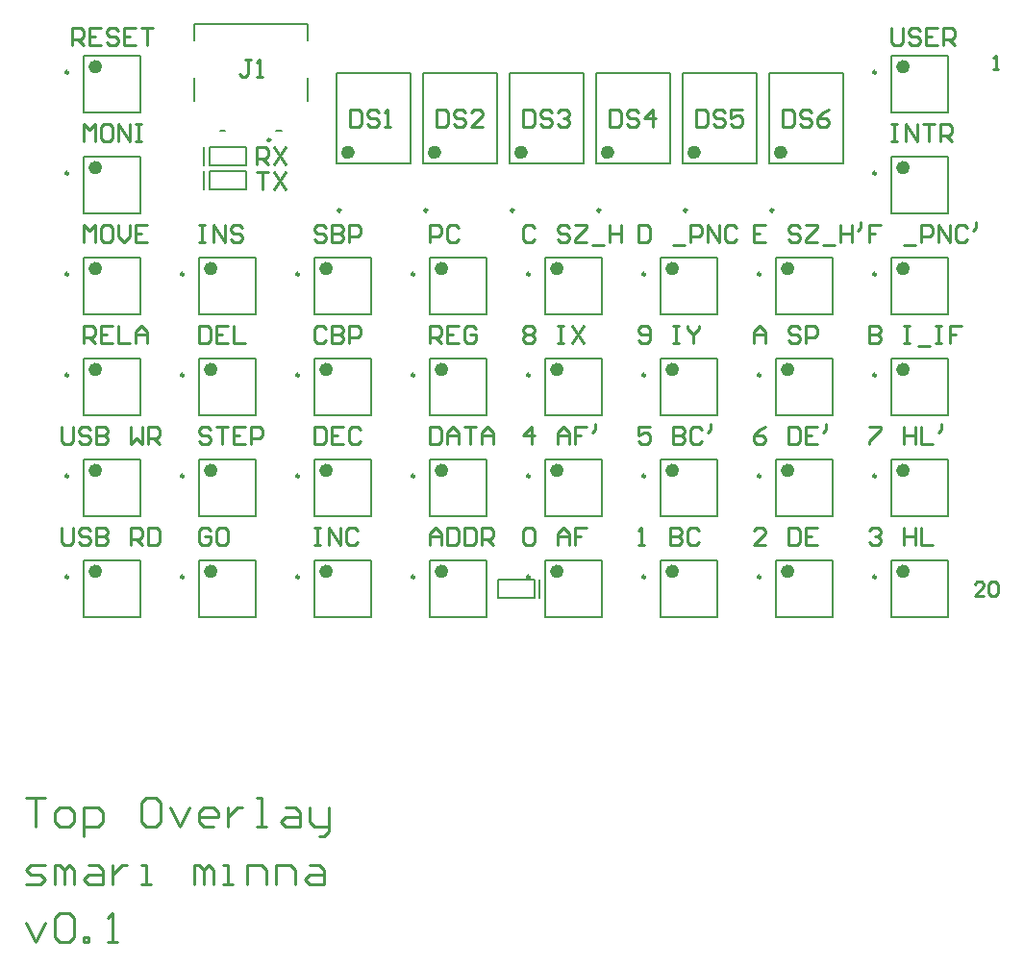
<source format=gto>
%FSLAX25Y25*%
%MOIN*%
G70*
G01*
G75*
%ADD10R,0.08661X0.09843*%
%ADD11R,0.01969X0.07874*%
%ADD12R,0.06102X0.05118*%
%ADD13C,0.04000*%
G04:AMPARAMS|DCode=14|XSize=60mil|YSize=300mil|CornerRadius=0mil|HoleSize=0mil|Usage=FLASHONLY|Rotation=90.000|XOffset=0mil|YOffset=0mil|HoleType=Round|Shape=Octagon|*
%AMOCTAGOND14*
4,1,8,-0.15000,-0.01500,-0.15000,0.01500,-0.13500,0.03000,0.13500,0.03000,0.15000,0.01500,0.15000,-0.01500,0.13500,-0.03000,-0.13500,-0.03000,-0.15000,-0.01500,0.0*
%
%ADD14OCTAGOND14*%

%ADD15R,0.03150X0.03150*%
%ADD16R,0.03937X0.11811*%
%ADD17C,0.01000*%
%ADD18C,0.02000*%
%ADD19C,0.01200*%
%ADD20C,0.02362*%
%ADD21C,0.02200*%
%ADD22C,0.04000*%
%ADD23C,0.07543*%
%ADD24C,0.04200*%
%ADD25R,0.04000X0.04000*%
%ADD26R,0.01181X0.06693*%
%ADD27R,0.07677X0.01575*%
%ADD28R,0.04134X0.02362*%
%ADD29R,0.06693X0.01378*%
%ADD30R,0.06299X0.01378*%
%ADD31R,0.02165X0.07677*%
%ADD32R,0.07677X0.02165*%
%ADD33R,0.07874X0.02362*%
%ADD34R,0.15748X0.06693*%
%ADD35R,0.15748X0.05906*%
%ADD36R,0.07677X0.05118*%
%ADD37R,0.05118X0.05906*%
%ADD38R,0.04331X0.03937*%
%ADD39R,0.04000X0.04000*%
%ADD40R,0.03937X0.04331*%
%ADD41C,0.01500*%
%ADD42C,0.03000*%
%ADD43C,0.01400*%
%ADD44C,0.00984*%
%ADD45C,0.02362*%
%ADD46C,0.00787*%
D17*
X77999Y205998D02*
X75999D01*
X76999D01*
Y201000D01*
X75999Y200000D01*
X75000D01*
X74000Y201000D01*
X79998Y200000D02*
X81997D01*
X80998D01*
Y205998D01*
X79998Y204998D01*
X103999Y147498D02*
X102999Y148498D01*
X101000D01*
X100000Y147498D01*
Y146499D01*
X101000Y145499D01*
X102999D01*
X103999Y144499D01*
Y143500D01*
X102999Y142500D01*
X101000D01*
X100000Y143500D01*
X105998Y148498D02*
Y142500D01*
X108997D01*
X109997Y143500D01*
Y144499D01*
X108997Y145499D01*
X105998D01*
X108997D01*
X109997Y146499D01*
Y147498D01*
X108997Y148498D01*
X105998D01*
X111996Y142500D02*
Y148498D01*
X114995D01*
X115995Y147498D01*
Y145499D01*
X114995Y144499D01*
X111996D01*
X335500Y202500D02*
X337100D01*
X336300D01*
Y207298D01*
X335500Y206499D01*
X332199Y20000D02*
X329000D01*
X332199Y23199D01*
Y23999D01*
X331399Y24798D01*
X329800D01*
X329000Y23999D01*
X333799D02*
X334598Y24798D01*
X336198D01*
X336997Y23999D01*
Y20800D01*
X336198Y20000D01*
X334598D01*
X333799Y20800D01*
Y23999D01*
X80000Y166998D02*
X83999D01*
X81999D01*
Y161000D01*
X85998Y166998D02*
X89997Y161000D01*
Y166998D02*
X85998Y161000D01*
X112500Y188498D02*
Y182500D01*
X115499D01*
X116499Y183500D01*
Y187498D01*
X115499Y188498D01*
X112500D01*
X122497Y187498D02*
X121497Y188498D01*
X119498D01*
X118498Y187498D01*
Y186499D01*
X119498Y185499D01*
X121497D01*
X122497Y184499D01*
Y183500D01*
X121497Y182500D01*
X119498D01*
X118498Y183500D01*
X124496Y182500D02*
X126496D01*
X125496D01*
Y188498D01*
X124496Y187498D01*
X172500Y188498D02*
Y182500D01*
X175499D01*
X176499Y183500D01*
Y187498D01*
X175499Y188498D01*
X172500D01*
X182497Y187498D02*
X181497Y188498D01*
X179498D01*
X178498Y187498D01*
Y186499D01*
X179498Y185499D01*
X181497D01*
X182497Y184499D01*
Y183500D01*
X181497Y182500D01*
X179498D01*
X178498Y183500D01*
X184496Y187498D02*
X185496Y188498D01*
X187495D01*
X188495Y187498D01*
Y186499D01*
X187495Y185499D01*
X186495D01*
X187495D01*
X188495Y184499D01*
Y183500D01*
X187495Y182500D01*
X185496D01*
X184496Y183500D01*
X232500Y188498D02*
Y182500D01*
X235499D01*
X236499Y183500D01*
Y187498D01*
X235499Y188498D01*
X232500D01*
X242497Y187498D02*
X241497Y188498D01*
X239498D01*
X238498Y187498D01*
Y186499D01*
X239498Y185499D01*
X241497D01*
X242497Y184499D01*
Y183500D01*
X241497Y182500D01*
X239498D01*
X238498Y183500D01*
X248495Y188498D02*
X244496D01*
Y185499D01*
X246496Y186499D01*
X247495D01*
X248495Y185499D01*
Y183500D01*
X247495Y182500D01*
X245496D01*
X244496Y183500D01*
X12500Y78498D02*
Y73500D01*
X13500Y72500D01*
X15499D01*
X16499Y73500D01*
Y78498D01*
X22497Y77498D02*
X21497Y78498D01*
X19498D01*
X18498Y77498D01*
Y76499D01*
X19498Y75499D01*
X21497D01*
X22497Y74499D01*
Y73500D01*
X21497Y72500D01*
X19498D01*
X18498Y73500D01*
X24496Y78498D02*
Y72500D01*
X27495D01*
X28495Y73500D01*
Y74499D01*
X27495Y75499D01*
X24496D01*
X27495D01*
X28495Y76499D01*
Y77498D01*
X27495Y78498D01*
X24496D01*
X36492D02*
Y72500D01*
X38492Y74499D01*
X40491Y72500D01*
Y78498D01*
X42490Y72500D02*
Y78498D01*
X45489D01*
X46489Y77498D01*
Y75499D01*
X45489Y74499D01*
X42490D01*
X44490D02*
X46489Y72500D01*
X300000Y216998D02*
Y212000D01*
X301000Y211000D01*
X302999D01*
X303999Y212000D01*
Y216998D01*
X309997Y215998D02*
X308997Y216998D01*
X306998D01*
X305998Y215998D01*
Y214999D01*
X306998Y213999D01*
X308997D01*
X309997Y212999D01*
Y212000D01*
X308997Y211000D01*
X306998D01*
X305998Y212000D01*
X315995Y216998D02*
X311996D01*
Y211000D01*
X315995D01*
X311996Y213999D02*
X313996D01*
X317994Y211000D02*
Y216998D01*
X320993D01*
X321993Y215998D01*
Y213999D01*
X320993Y212999D01*
X317994D01*
X319993D02*
X321993Y211000D01*
X300000Y183498D02*
X301999D01*
X301000D01*
Y177500D01*
X300000D01*
X301999D01*
X304998D02*
Y183498D01*
X308997Y177500D01*
Y183498D01*
X310996D02*
X314995D01*
X312996D01*
Y177500D01*
X316995D02*
Y183498D01*
X319993D01*
X320993Y182498D01*
Y180499D01*
X319993Y179499D01*
X316995D01*
X318994D02*
X320993Y177500D01*
X20000D02*
Y183498D01*
X21999Y181499D01*
X23999Y183498D01*
Y177500D01*
X28997Y183498D02*
X26998D01*
X25998Y182498D01*
Y178500D01*
X26998Y177500D01*
X28997D01*
X29997Y178500D01*
Y182498D01*
X28997Y183498D01*
X31996Y177500D02*
Y183498D01*
X35995Y177500D01*
Y183498D01*
X37994D02*
X39994D01*
X38994D01*
Y177500D01*
X37994D01*
X39994D01*
X16000Y211000D02*
Y216998D01*
X18999D01*
X19999Y215998D01*
Y213999D01*
X18999Y212999D01*
X16000D01*
X17999D02*
X19999Y211000D01*
X25997Y216998D02*
X21998D01*
Y211000D01*
X25997D01*
X21998Y213999D02*
X23997D01*
X31995Y215998D02*
X30995Y216998D01*
X28996D01*
X27996Y215998D01*
Y214999D01*
X28996Y213999D01*
X30995D01*
X31995Y212999D01*
Y212000D01*
X30995Y211000D01*
X28996D01*
X27996Y212000D01*
X37993Y216998D02*
X33994D01*
Y211000D01*
X37993D01*
X33994Y213999D02*
X35993D01*
X39992Y216998D02*
X43991D01*
X41992D01*
Y211000D01*
X20000Y142500D02*
Y148498D01*
X21999Y146499D01*
X23999Y148498D01*
Y142500D01*
X28997Y148498D02*
X26998D01*
X25998Y147498D01*
Y143500D01*
X26998Y142500D01*
X28997D01*
X29997Y143500D01*
Y147498D01*
X28997Y148498D01*
X31996D02*
Y144499D01*
X33996Y142500D01*
X35995Y144499D01*
Y148498D01*
X41993D02*
X37994D01*
Y142500D01*
X41993D01*
X37994Y145499D02*
X39994D01*
X60000Y148498D02*
X61999D01*
X61000D01*
Y142500D01*
X60000D01*
X61999D01*
X64998D02*
Y148498D01*
X68997Y142500D01*
Y148498D01*
X74995Y147498D02*
X73996Y148498D01*
X71996D01*
X70996Y147498D01*
Y146499D01*
X71996Y145499D01*
X73996D01*
X74995Y144499D01*
Y143500D01*
X73996Y142500D01*
X71996D01*
X70996Y143500D01*
X100000Y43498D02*
X101999D01*
X101000D01*
Y37500D01*
X100000D01*
X101999D01*
X104998D02*
Y43498D01*
X108997Y37500D01*
Y43498D01*
X114995Y42498D02*
X113996Y43498D01*
X111996D01*
X110996Y42498D01*
Y38500D01*
X111996Y37500D01*
X113996D01*
X114995Y38500D01*
X140000Y78498D02*
Y72500D01*
X142999D01*
X143999Y73500D01*
Y77498D01*
X142999Y78498D01*
X140000D01*
X145998Y72500D02*
Y76499D01*
X147997Y78498D01*
X149997Y76499D01*
Y72500D01*
Y75499D01*
X145998D01*
X151996Y78498D02*
X155995D01*
X153996D01*
Y72500D01*
X157994D02*
Y76499D01*
X159994Y78498D01*
X161993Y76499D01*
Y72500D01*
Y75499D01*
X157994D01*
X100000Y78498D02*
Y72500D01*
X102999D01*
X103999Y73500D01*
Y77498D01*
X102999Y78498D01*
X100000D01*
X109997D02*
X105998D01*
Y72500D01*
X109997D01*
X105998Y75499D02*
X107997D01*
X115995Y77498D02*
X114995Y78498D01*
X112996D01*
X111996Y77498D01*
Y73500D01*
X112996Y72500D01*
X114995D01*
X115995Y73500D01*
X20000Y107500D02*
Y113498D01*
X22999D01*
X23999Y112498D01*
Y110499D01*
X22999Y109499D01*
X20000D01*
X21999D02*
X23999Y107500D01*
X29997Y113498D02*
X25998D01*
Y107500D01*
X29997D01*
X25998Y110499D02*
X27997D01*
X31996Y113498D02*
Y107500D01*
X35995D01*
X37994D02*
Y111499D01*
X39994Y113498D01*
X41993Y111499D01*
Y107500D01*
Y110499D01*
X37994D01*
X60000Y113498D02*
Y107500D01*
X62999D01*
X63999Y108500D01*
Y112498D01*
X62999Y113498D01*
X60000D01*
X69997D02*
X65998D01*
Y107500D01*
X69997D01*
X65998Y110499D02*
X67997D01*
X71996Y113498D02*
Y107500D01*
X75995D01*
X140000Y37500D02*
Y41499D01*
X141999Y43498D01*
X143999Y41499D01*
Y37500D01*
Y40499D01*
X140000D01*
X145998Y43498D02*
Y37500D01*
X148997D01*
X149997Y38500D01*
Y42498D01*
X148997Y43498D01*
X145998D01*
X151996D02*
Y37500D01*
X154995D01*
X155995Y38500D01*
Y42498D01*
X154995Y43498D01*
X151996D01*
X157994Y37500D02*
Y43498D01*
X160993D01*
X161993Y42498D01*
Y40499D01*
X160993Y39499D01*
X157994D01*
X159994D02*
X161993Y37500D01*
X140000Y107500D02*
Y113498D01*
X142999D01*
X143999Y112498D01*
Y110499D01*
X142999Y109499D01*
X140000D01*
X141999D02*
X143999Y107500D01*
X149997Y113498D02*
X145998D01*
Y107500D01*
X149997D01*
X145998Y110499D02*
X147997D01*
X155995Y112498D02*
X154995Y113498D01*
X152996D01*
X151996Y112498D01*
Y108500D01*
X152996Y107500D01*
X154995D01*
X155995Y108500D01*
Y110499D01*
X153996D01*
X140000Y142500D02*
Y148498D01*
X142999D01*
X143999Y147498D01*
Y145499D01*
X142999Y144499D01*
X140000D01*
X149997Y147498D02*
X148997Y148498D01*
X146998D01*
X145998Y147498D01*
Y143500D01*
X146998Y142500D01*
X148997D01*
X149997Y143500D01*
X103999Y112498D02*
X102999Y113498D01*
X101000D01*
X100000Y112498D01*
Y108500D01*
X101000Y107500D01*
X102999D01*
X103999Y108500D01*
X105998Y113498D02*
Y107500D01*
X108997D01*
X109997Y108500D01*
Y109499D01*
X108997Y110499D01*
X105998D01*
X108997D01*
X109997Y111499D01*
Y112498D01*
X108997Y113498D01*
X105998D01*
X111996Y107500D02*
Y113498D01*
X114995D01*
X115995Y112498D01*
Y110499D01*
X114995Y109499D01*
X111996D01*
X63999Y42498D02*
X62999Y43498D01*
X61000D01*
X60000Y42498D01*
Y38500D01*
X61000Y37500D01*
X62999D01*
X63999Y38500D01*
Y40499D01*
X61999D01*
X68997Y43498D02*
X66998D01*
X65998Y42498D01*
Y38500D01*
X66998Y37500D01*
X68997D01*
X69997Y38500D01*
Y42498D01*
X68997Y43498D01*
X176499Y147498D02*
X175499Y148498D01*
X173500D01*
X172500Y147498D01*
Y143500D01*
X173500Y142500D01*
X175499D01*
X176499Y143500D01*
X188495Y147498D02*
X187495Y148498D01*
X185496D01*
X184496Y147498D01*
Y146499D01*
X185496Y145499D01*
X187495D01*
X188495Y144499D01*
Y143500D01*
X187495Y142500D01*
X185496D01*
X184496Y143500D01*
X190494Y148498D02*
X194493D01*
Y147498D01*
X190494Y143500D01*
Y142500D01*
X194493D01*
X196492Y141500D02*
X200491D01*
X202490Y148498D02*
Y142500D01*
Y145499D01*
X206489D01*
Y148498D01*
Y142500D01*
X172500Y112498D02*
X173500Y113498D01*
X175499D01*
X176499Y112498D01*
Y111499D01*
X175499Y110499D01*
X176499Y109499D01*
Y108500D01*
X175499Y107500D01*
X173500D01*
X172500Y108500D01*
Y109499D01*
X173500Y110499D01*
X172500Y111499D01*
Y112498D01*
X173500Y110499D02*
X175499D01*
X184496Y113498D02*
X186495D01*
X185496D01*
Y107500D01*
X184496D01*
X186495D01*
X189495Y113498D02*
X193493Y107500D01*
Y113498D02*
X189495Y107500D01*
X175499Y72500D02*
Y78498D01*
X172500Y75499D01*
X176499D01*
X184496Y72500D02*
Y76499D01*
X186495Y78498D01*
X188495Y76499D01*
Y72500D01*
Y75499D01*
X184496D01*
X194493Y78498D02*
X190494D01*
Y75499D01*
X192493D01*
X190494D01*
Y72500D01*
X197492Y79498D02*
Y77498D01*
X196492Y76499D01*
X172500Y42498D02*
X173500Y43498D01*
X175499D01*
X176499Y42498D01*
Y38500D01*
X175499Y37500D01*
X173500D01*
X172500Y38500D01*
Y42498D01*
X184496Y37500D02*
Y41499D01*
X186495Y43498D01*
X188495Y41499D01*
Y37500D01*
Y40499D01*
X184496D01*
X194493Y43498D02*
X190494D01*
Y40499D01*
X192493D01*
X190494D01*
Y37500D01*
X12500Y43498D02*
Y38500D01*
X13500Y37500D01*
X15499D01*
X16499Y38500D01*
Y43498D01*
X22497Y42498D02*
X21497Y43498D01*
X19498D01*
X18498Y42498D01*
Y41499D01*
X19498Y40499D01*
X21497D01*
X22497Y39499D01*
Y38500D01*
X21497Y37500D01*
X19498D01*
X18498Y38500D01*
X24496Y43498D02*
Y37500D01*
X27495D01*
X28495Y38500D01*
Y39499D01*
X27495Y40499D01*
X24496D01*
X27495D01*
X28495Y41499D01*
Y42498D01*
X27495Y43498D01*
X24496D01*
X36492Y37500D02*
Y43498D01*
X39491D01*
X40491Y42498D01*
Y40499D01*
X39491Y39499D01*
X36492D01*
X38492D02*
X40491Y37500D01*
X42490Y43498D02*
Y37500D01*
X45489D01*
X46489Y38500D01*
Y42498D01*
X45489Y43498D01*
X42490D01*
X63999Y77498D02*
X62999Y78498D01*
X61000D01*
X60000Y77498D01*
Y76499D01*
X61000Y75499D01*
X62999D01*
X63999Y74499D01*
Y73500D01*
X62999Y72500D01*
X61000D01*
X60000Y73500D01*
X65998Y78498D02*
X69997D01*
X67997D01*
Y72500D01*
X75995Y78498D02*
X71996D01*
Y72500D01*
X75995D01*
X71996Y75499D02*
X73996D01*
X77994Y72500D02*
Y78498D01*
X80993D01*
X81993Y77498D01*
Y75499D01*
X80993Y74499D01*
X77994D01*
X212500Y148498D02*
Y142500D01*
X215499D01*
X216499Y143500D01*
Y147498D01*
X215499Y148498D01*
X212500D01*
X224496Y141500D02*
X228495D01*
X230494Y142500D02*
Y148498D01*
X233493D01*
X234493Y147498D01*
Y145499D01*
X233493Y144499D01*
X230494D01*
X236492Y142500D02*
Y148498D01*
X240491Y142500D01*
Y148498D01*
X246489Y147498D02*
X245489Y148498D01*
X243490D01*
X242490Y147498D01*
Y143500D01*
X243490Y142500D01*
X245489D01*
X246489Y143500D01*
X212500Y108500D02*
X213500Y107500D01*
X215499D01*
X216499Y108500D01*
Y112498D01*
X215499Y113498D01*
X213500D01*
X212500Y112498D01*
Y111499D01*
X213500Y110499D01*
X216499D01*
X224496Y113498D02*
X226496D01*
X225496D01*
Y107500D01*
X224496D01*
X226496D01*
X229495Y113498D02*
Y112498D01*
X231494Y110499D01*
X233493Y112498D01*
Y113498D01*
X231494Y110499D02*
Y107500D01*
X216499Y78498D02*
X212500D01*
Y75499D01*
X214499Y76499D01*
X215499D01*
X216499Y75499D01*
Y73500D01*
X215499Y72500D01*
X213500D01*
X212500Y73500D01*
X224496Y78498D02*
Y72500D01*
X227495D01*
X228495Y73500D01*
Y74499D01*
X227495Y75499D01*
X224496D01*
X227495D01*
X228495Y76499D01*
Y77498D01*
X227495Y78498D01*
X224496D01*
X234493Y77498D02*
X233493Y78498D01*
X231494D01*
X230494Y77498D01*
Y73500D01*
X231494Y72500D01*
X233493D01*
X234493Y73500D01*
X237492Y79498D02*
Y77498D01*
X236492Y76499D01*
X212500Y37500D02*
X214499D01*
X213500D01*
Y43498D01*
X212500Y42498D01*
X223496Y43498D02*
Y37500D01*
X226496D01*
X227495Y38500D01*
Y39499D01*
X226496Y40499D01*
X223496D01*
X226496D01*
X227495Y41499D01*
Y42498D01*
X226496Y43498D01*
X223496D01*
X233493Y42498D02*
X232493Y43498D01*
X230494D01*
X229495Y42498D01*
Y38500D01*
X230494Y37500D01*
X232493D01*
X233493Y38500D01*
X256499Y148498D02*
X252500D01*
Y142500D01*
X256499D01*
X252500Y145499D02*
X254499D01*
X268495Y147498D02*
X267495Y148498D01*
X265496D01*
X264496Y147498D01*
Y146499D01*
X265496Y145499D01*
X267495D01*
X268495Y144499D01*
Y143500D01*
X267495Y142500D01*
X265496D01*
X264496Y143500D01*
X270494Y148498D02*
X274493D01*
Y147498D01*
X270494Y143500D01*
Y142500D01*
X274493D01*
X276492Y141500D02*
X280491D01*
X282490Y148498D02*
Y142500D01*
Y145499D01*
X286489D01*
Y148498D01*
Y142500D01*
X289488Y149498D02*
Y147498D01*
X288488Y146499D01*
X252500Y107500D02*
Y111499D01*
X254499Y113498D01*
X256499Y111499D01*
Y107500D01*
Y110499D01*
X252500D01*
X268495Y112498D02*
X267495Y113498D01*
X265496D01*
X264496Y112498D01*
Y111499D01*
X265496Y110499D01*
X267495D01*
X268495Y109499D01*
Y108500D01*
X267495Y107500D01*
X265496D01*
X264496Y108500D01*
X270494Y107500D02*
Y113498D01*
X273493D01*
X274493Y112498D01*
Y110499D01*
X273493Y109499D01*
X270494D01*
X256499Y78498D02*
X254499Y77498D01*
X252500Y75499D01*
Y73500D01*
X253500Y72500D01*
X255499D01*
X256499Y73500D01*
Y74499D01*
X255499Y75499D01*
X252500D01*
X264496Y78498D02*
Y72500D01*
X267495D01*
X268495Y73500D01*
Y77498D01*
X267495Y78498D01*
X264496D01*
X274493D02*
X270494D01*
Y72500D01*
X274493D01*
X270494Y75499D02*
X272494D01*
X277492Y79498D02*
Y77498D01*
X276492Y76499D01*
X256499Y37500D02*
X252500D01*
X256499Y41499D01*
Y42498D01*
X255499Y43498D01*
X253500D01*
X252500Y42498D01*
X264496Y43498D02*
Y37500D01*
X267495D01*
X268495Y38500D01*
Y42498D01*
X267495Y43498D01*
X264496D01*
X274493D02*
X270494D01*
Y37500D01*
X274493D01*
X270494Y40499D02*
X272494D01*
X296499Y148498D02*
X292500D01*
Y145499D01*
X294499D01*
X292500D01*
Y142500D01*
X304496Y141500D02*
X308495D01*
X310494Y142500D02*
Y148498D01*
X313493D01*
X314493Y147498D01*
Y145499D01*
X313493Y144499D01*
X310494D01*
X316492Y142500D02*
Y148498D01*
X320491Y142500D01*
Y148498D01*
X326489Y147498D02*
X325489Y148498D01*
X323490D01*
X322490Y147498D01*
Y143500D01*
X323490Y142500D01*
X325489D01*
X326489Y143500D01*
X329488Y149498D02*
Y147498D01*
X328488Y146499D01*
X292500Y113498D02*
Y107500D01*
X295499D01*
X296499Y108500D01*
Y109499D01*
X295499Y110499D01*
X292500D01*
X295499D01*
X296499Y111499D01*
Y112498D01*
X295499Y113498D01*
X292500D01*
X304496D02*
X306495D01*
X305496D01*
Y107500D01*
X304496D01*
X306495D01*
X309494Y106500D02*
X313493D01*
X315493Y113498D02*
X317492D01*
X316492D01*
Y107500D01*
X315493D01*
X317492D01*
X324490Y113498D02*
X320491D01*
Y110499D01*
X322490D01*
X320491D01*
Y107500D01*
X292500Y78498D02*
X296499D01*
Y77498D01*
X292500Y73500D01*
Y72500D01*
X304496Y78498D02*
Y72500D01*
Y75499D01*
X308495D01*
Y78498D01*
Y72500D01*
X310494Y78498D02*
Y72500D01*
X314493D01*
X317492Y79498D02*
Y77498D01*
X316492Y76499D01*
X292500Y42498D02*
X293500Y43498D01*
X295499D01*
X296499Y42498D01*
Y41499D01*
X295499Y40499D01*
X294499D01*
X295499D01*
X296499Y39499D01*
Y38500D01*
X295499Y37500D01*
X293500D01*
X292500Y38500D01*
X304496Y43498D02*
Y37500D01*
Y40499D01*
X308495D01*
Y43498D01*
Y37500D01*
X310494Y43498D02*
Y37500D01*
X314493D01*
X262500Y188498D02*
Y182500D01*
X265499D01*
X266499Y183500D01*
Y187498D01*
X265499Y188498D01*
X262500D01*
X272497Y187498D02*
X271497Y188498D01*
X269498D01*
X268498Y187498D01*
Y186499D01*
X269498Y185499D01*
X271497D01*
X272497Y184499D01*
Y183500D01*
X271497Y182500D01*
X269498D01*
X268498Y183500D01*
X278495Y188498D02*
X276496Y187498D01*
X274496Y185499D01*
Y183500D01*
X275496Y182500D01*
X277495D01*
X278495Y183500D01*
Y184499D01*
X277495Y185499D01*
X274496D01*
X202500Y188498D02*
Y182500D01*
X205499D01*
X206499Y183500D01*
Y187498D01*
X205499Y188498D01*
X202500D01*
X212497Y187498D02*
X211497Y188498D01*
X209498D01*
X208498Y187498D01*
Y186499D01*
X209498Y185499D01*
X211497D01*
X212497Y184499D01*
Y183500D01*
X211497Y182500D01*
X209498D01*
X208498Y183500D01*
X217495Y182500D02*
Y188498D01*
X214496Y185499D01*
X218495D01*
X142500Y188498D02*
Y182500D01*
X145499D01*
X146499Y183500D01*
Y187498D01*
X145499Y188498D01*
X142500D01*
X152497Y187498D02*
X151497Y188498D01*
X149498D01*
X148498Y187498D01*
Y186499D01*
X149498Y185499D01*
X151497D01*
X152497Y184499D01*
Y183500D01*
X151497Y182500D01*
X149498D01*
X148498Y183500D01*
X158495Y182500D02*
X154496D01*
X158495Y186499D01*
Y187498D01*
X157495Y188498D01*
X155496D01*
X154496Y187498D01*
X80000Y169500D02*
Y175498D01*
X82999D01*
X83999Y174498D01*
Y172499D01*
X82999Y171499D01*
X80000D01*
X81999D02*
X83999Y169500D01*
X85998Y175498D02*
X89997Y169500D01*
Y175498D02*
X85998Y169500D01*
X0Y-93335D02*
X3332Y-100000D01*
X6664Y-93335D01*
X9997Y-91669D02*
X11663Y-90003D01*
X14995D01*
X16661Y-91669D01*
Y-98334D01*
X14995Y-100000D01*
X11663D01*
X9997Y-98334D01*
Y-91669D01*
X19994Y-100000D02*
Y-98334D01*
X21660D01*
Y-100000D01*
X19994D01*
X28324D02*
X31656D01*
X29990D01*
Y-90003D01*
X28324Y-91669D01*
X0Y-80000D02*
X4998D01*
X6664Y-78334D01*
X4998Y-76668D01*
X1666D01*
X0Y-75002D01*
X1666Y-73335D01*
X6664D01*
X9997Y-80000D02*
Y-73335D01*
X11663D01*
X13329Y-75002D01*
Y-80000D01*
Y-75002D01*
X14995Y-73335D01*
X16661Y-75002D01*
Y-80000D01*
X21660Y-73335D02*
X24992D01*
X26658Y-75002D01*
Y-80000D01*
X21660D01*
X19994Y-78334D01*
X21660Y-76668D01*
X26658D01*
X29990Y-73335D02*
Y-80000D01*
Y-76668D01*
X31656Y-75002D01*
X33323Y-73335D01*
X34989D01*
X39987Y-80000D02*
X43319D01*
X41653D01*
Y-73335D01*
X39987D01*
X58315Y-80000D02*
Y-73335D01*
X59981D01*
X61647Y-75002D01*
Y-80000D01*
Y-75002D01*
X63313Y-73335D01*
X64979Y-75002D01*
Y-80000D01*
X68311D02*
X71644D01*
X69977D01*
Y-73335D01*
X68311D01*
X76642Y-80000D02*
Y-73335D01*
X81640D01*
X83306Y-75002D01*
Y-80000D01*
X86639D02*
Y-73335D01*
X91637D01*
X93303Y-75002D01*
Y-80000D01*
X98302Y-73335D02*
X101634D01*
X103300Y-75002D01*
Y-80000D01*
X98302D01*
X96635Y-78334D01*
X98302Y-76668D01*
X103300D01*
X0Y-50003D02*
X6664D01*
X3332D01*
Y-60000D01*
X11663D02*
X14995D01*
X16661Y-58334D01*
Y-55002D01*
X14995Y-53335D01*
X11663D01*
X9997Y-55002D01*
Y-58334D01*
X11663Y-60000D01*
X19994Y-63332D02*
Y-53335D01*
X24992D01*
X26658Y-55002D01*
Y-58334D01*
X24992Y-60000D01*
X19994D01*
X44985Y-50003D02*
X41653D01*
X39987Y-51669D01*
Y-58334D01*
X41653Y-60000D01*
X44985D01*
X46652Y-58334D01*
Y-51669D01*
X44985Y-50003D01*
X49984Y-53335D02*
X53316Y-60000D01*
X56648Y-53335D01*
X64979Y-60000D02*
X61647D01*
X59981Y-58334D01*
Y-55002D01*
X61647Y-53335D01*
X64979D01*
X66645Y-55002D01*
Y-56668D01*
X59981D01*
X69977Y-53335D02*
Y-60000D01*
Y-56668D01*
X71644Y-55002D01*
X73310Y-53335D01*
X74976D01*
X79974Y-60000D02*
X83306D01*
X81640D01*
Y-50003D01*
X79974D01*
X89971Y-53335D02*
X93303D01*
X94969Y-55002D01*
Y-60000D01*
X89971D01*
X88305Y-58334D01*
X89971Y-56668D01*
X94969D01*
X98302Y-53335D02*
Y-58334D01*
X99968Y-60000D01*
X104966D01*
Y-61666D01*
X103300Y-63332D01*
X101634D01*
X104966Y-60000D02*
Y-53335D01*
D44*
X84800Y178000D02*
G03*
X84800Y178000I-492J0D01*
G01*
X94744Y131437D02*
G03*
X94744Y131437I-492J0D01*
G01*
X109181Y153610D02*
G03*
X109181Y153610I-492J0D01*
G01*
X169181D02*
G03*
X169181Y153610I-492J0D01*
G01*
X229181D02*
G03*
X229181Y153610I-492J0D01*
G01*
X14744Y61437D02*
G03*
X14744Y61437I-492J0D01*
G01*
X294744Y201437D02*
G03*
X294744Y201437I-492J0D01*
G01*
Y166437D02*
G03*
X294744Y166437I-492J0D01*
G01*
X14744D02*
G03*
X14744Y166437I-492J0D01*
G01*
Y201437D02*
G03*
X14744Y201437I-492J0D01*
G01*
Y131437D02*
G03*
X14744Y131437I-492J0D01*
G01*
X54744D02*
G03*
X54744Y131437I-492J0D01*
G01*
X94744Y26437D02*
G03*
X94744Y26437I-492J0D01*
G01*
X134744Y61437D02*
G03*
X134744Y61437I-492J0D01*
G01*
X94744D02*
G03*
X94744Y61437I-492J0D01*
G01*
X14744Y96437D02*
G03*
X14744Y96437I-492J0D01*
G01*
X54744D02*
G03*
X54744Y96437I-492J0D01*
G01*
X134744Y26437D02*
G03*
X134744Y26437I-492J0D01*
G01*
Y96437D02*
G03*
X134744Y96437I-492J0D01*
G01*
Y131437D02*
G03*
X134744Y131437I-492J0D01*
G01*
X94744Y96437D02*
G03*
X94744Y96437I-492J0D01*
G01*
X54744Y26437D02*
G03*
X54744Y26437I-492J0D01*
G01*
X174744Y131437D02*
G03*
X174744Y131437I-492J0D01*
G01*
Y96437D02*
G03*
X174744Y96437I-492J0D01*
G01*
Y61437D02*
G03*
X174744Y61437I-492J0D01*
G01*
Y26437D02*
G03*
X174744Y26437I-492J0D01*
G01*
X14744D02*
G03*
X14744Y26437I-492J0D01*
G01*
X54744Y61437D02*
G03*
X54744Y61437I-492J0D01*
G01*
X214744Y131437D02*
G03*
X214744Y131437I-492J0D01*
G01*
Y96437D02*
G03*
X214744Y96437I-492J0D01*
G01*
Y61437D02*
G03*
X214744Y61437I-492J0D01*
G01*
Y26437D02*
G03*
X214744Y26437I-492J0D01*
G01*
X254744Y131437D02*
G03*
X254744Y131437I-492J0D01*
G01*
Y96437D02*
G03*
X254744Y96437I-492J0D01*
G01*
Y61437D02*
G03*
X254744Y61437I-492J0D01*
G01*
Y26437D02*
G03*
X254744Y26437I-492J0D01*
G01*
X294744Y131437D02*
G03*
X294744Y131437I-492J0D01*
G01*
Y96437D02*
G03*
X294744Y96437I-492J0D01*
G01*
Y61437D02*
G03*
X294744Y61437I-492J0D01*
G01*
Y26437D02*
G03*
X294744Y26437I-492J0D01*
G01*
X259181Y153610D02*
G03*
X259181Y153610I-492J0D01*
G01*
X199181D02*
G03*
X199181Y153610I-492J0D01*
G01*
X139181D02*
G03*
X139181Y153610I-492J0D01*
G01*
D45*
X105276Y133405D02*
G03*
X105276Y133405I-1181J0D01*
G01*
X112823Y173689D02*
G03*
X112823Y173689I-1181J0D01*
G01*
X172823D02*
G03*
X172823Y173689I-1181J0D01*
G01*
X232823D02*
G03*
X232823Y173689I-1181J0D01*
G01*
X25276Y63406D02*
G03*
X25276Y63406I-1181J0D01*
G01*
X305276Y203405D02*
G03*
X305276Y203405I-1181J0D01*
G01*
Y168405D02*
G03*
X305276Y168405I-1181J0D01*
G01*
X25276D02*
G03*
X25276Y168405I-1181J0D01*
G01*
Y203405D02*
G03*
X25276Y203405I-1181J0D01*
G01*
Y133405D02*
G03*
X25276Y133405I-1181J0D01*
G01*
X65276D02*
G03*
X65276Y133405I-1181J0D01*
G01*
X105276Y28405D02*
G03*
X105276Y28405I-1181J0D01*
G01*
X145276Y63406D02*
G03*
X145276Y63406I-1181J0D01*
G01*
X105276D02*
G03*
X105276Y63406I-1181J0D01*
G01*
X25276Y98405D02*
G03*
X25276Y98405I-1181J0D01*
G01*
X65276D02*
G03*
X65276Y98405I-1181J0D01*
G01*
X145276Y28405D02*
G03*
X145276Y28405I-1181J0D01*
G01*
Y98405D02*
G03*
X145276Y98405I-1181J0D01*
G01*
Y133405D02*
G03*
X145276Y133405I-1181J0D01*
G01*
X105276Y98405D02*
G03*
X105276Y98405I-1181J0D01*
G01*
X65276Y28405D02*
G03*
X65276Y28405I-1181J0D01*
G01*
X185276Y133405D02*
G03*
X185276Y133405I-1181J0D01*
G01*
Y98405D02*
G03*
X185276Y98405I-1181J0D01*
G01*
Y63406D02*
G03*
X185276Y63406I-1181J0D01*
G01*
Y28405D02*
G03*
X185276Y28405I-1181J0D01*
G01*
X25276D02*
G03*
X25276Y28405I-1181J0D01*
G01*
X65276Y63406D02*
G03*
X65276Y63406I-1181J0D01*
G01*
X225276Y133405D02*
G03*
X225276Y133405I-1181J0D01*
G01*
Y98405D02*
G03*
X225276Y98405I-1181J0D01*
G01*
Y63406D02*
G03*
X225276Y63406I-1181J0D01*
G01*
Y28405D02*
G03*
X225276Y28405I-1181J0D01*
G01*
X265276Y133405D02*
G03*
X265276Y133405I-1181J0D01*
G01*
Y98405D02*
G03*
X265276Y98405I-1181J0D01*
G01*
Y63406D02*
G03*
X265276Y63406I-1181J0D01*
G01*
Y28405D02*
G03*
X265276Y28405I-1181J0D01*
G01*
X305276Y133405D02*
G03*
X305276Y133405I-1181J0D01*
G01*
Y98405D02*
G03*
X305276Y98405I-1181J0D01*
G01*
Y63406D02*
G03*
X305276Y63406I-1181J0D01*
G01*
Y28405D02*
G03*
X305276Y28405I-1181J0D01*
G01*
X262823Y173689D02*
G03*
X262823Y173689I-1181J0D01*
G01*
X202823D02*
G03*
X202823Y173689I-1181J0D01*
G01*
X142823D02*
G03*
X142823Y173689I-1181J0D01*
G01*
D46*
X58315Y218197D02*
X97685D01*
X58315Y212488D02*
Y218197D01*
X97685Y191622D02*
Y199496D01*
Y212488D02*
Y218197D01*
X67370Y181189D02*
X69142D01*
X86858D02*
X88630D01*
X58315Y191622D02*
Y199496D01*
X100157Y117657D02*
Y137343D01*
Y117657D02*
X119843D01*
Y137343D01*
X100157D02*
X119843D01*
X61831Y160850D02*
Y167150D01*
X63602Y160850D02*
X76398D01*
Y167150D01*
X63602D02*
X76398D01*
X63602Y160850D02*
Y167150D01*
X133295Y169752D02*
Y201248D01*
X107705Y169752D02*
X133295D01*
X107705D02*
Y201248D01*
X133295D01*
X167705D02*
X193295D01*
X167705Y169752D02*
Y201248D01*
Y169752D02*
X193295D01*
Y201248D01*
X253295Y169752D02*
Y201248D01*
X227705Y169752D02*
X253295D01*
X227705D02*
Y201248D01*
X253295D01*
X20157Y47657D02*
Y67343D01*
Y47657D02*
X39843D01*
Y67343D01*
X20157D02*
X39843D01*
X300157Y187657D02*
Y207343D01*
Y187657D02*
X319843D01*
Y207343D01*
X300157D02*
X319843D01*
X300157Y152657D02*
Y172343D01*
Y152657D02*
X319843D01*
Y172343D01*
X300157D02*
X319843D01*
X20157Y152657D02*
Y172343D01*
Y152657D02*
X39843D01*
Y172343D01*
X20157D02*
X39843D01*
X20157Y187657D02*
Y207343D01*
Y187657D02*
X39843D01*
Y207343D01*
X20157D02*
X39843D01*
X20157Y117657D02*
Y137343D01*
Y117657D02*
X39843D01*
Y137343D01*
X20157D02*
X39843D01*
X60157Y117657D02*
Y137343D01*
Y117657D02*
X79843D01*
Y137343D01*
X60157D02*
X79843D01*
X100157Y12657D02*
Y32343D01*
Y12657D02*
X119843D01*
Y32343D01*
X100157D02*
X119843D01*
X140157Y47657D02*
Y67343D01*
Y47657D02*
X159843D01*
Y67343D01*
X140157D02*
X159843D01*
X100157Y47657D02*
Y67343D01*
Y47657D02*
X119843D01*
Y67343D01*
X100157D02*
X119843D01*
X20157Y82657D02*
Y102343D01*
Y82657D02*
X39843D01*
Y102343D01*
X20157D02*
X39843D01*
X60157Y82657D02*
Y102343D01*
Y82657D02*
X79843D01*
Y102343D01*
X60157D02*
X79843D01*
X140157Y12657D02*
Y32343D01*
Y12657D02*
X159843D01*
Y32343D01*
X140157D02*
X159843D01*
X140157Y82657D02*
Y102343D01*
Y82657D02*
X159843D01*
Y102343D01*
X140157D02*
X159843D01*
X140157Y117657D02*
Y137343D01*
Y117657D02*
X159843D01*
Y137343D01*
X140157D02*
X159843D01*
X100157Y82657D02*
Y102343D01*
Y82657D02*
X119843D01*
Y102343D01*
X100157D02*
X119843D01*
X60157Y12657D02*
Y32343D01*
Y12657D02*
X79843D01*
Y32343D01*
X60157D02*
X79843D01*
X180157Y117657D02*
Y137343D01*
Y117657D02*
X199843D01*
Y137343D01*
X180157D02*
X199843D01*
X180157Y82657D02*
Y102343D01*
Y82657D02*
X199843D01*
Y102343D01*
X180157D02*
X199843D01*
X180157Y47657D02*
Y67343D01*
Y47657D02*
X199843D01*
Y67343D01*
X180157D02*
X199843D01*
X180157Y12657D02*
Y32343D01*
Y12657D02*
X199843D01*
Y32343D01*
X180157D02*
X199843D01*
X20157Y12657D02*
Y32343D01*
Y12657D02*
X39843D01*
Y32343D01*
X20157D02*
X39843D01*
X60157Y47657D02*
Y67343D01*
Y47657D02*
X79843D01*
Y67343D01*
X60157D02*
X79843D01*
X220157Y117657D02*
Y137343D01*
Y117657D02*
X239843D01*
Y137343D01*
X220157D02*
X239843D01*
X220157Y82657D02*
Y102343D01*
Y82657D02*
X239843D01*
Y102343D01*
X220157D02*
X239843D01*
X220157Y47657D02*
Y67343D01*
Y47657D02*
X239843D01*
Y67343D01*
X220157D02*
X239843D01*
X220157Y12657D02*
Y32343D01*
Y12657D02*
X239843D01*
Y32343D01*
X220157D02*
X239843D01*
X260157Y117657D02*
Y137343D01*
Y117657D02*
X279843D01*
Y137343D01*
X260157D02*
X279843D01*
X260157Y82657D02*
Y102343D01*
Y82657D02*
X279843D01*
Y102343D01*
X260157D02*
X279843D01*
X260157Y47657D02*
Y67343D01*
Y47657D02*
X279843D01*
Y67343D01*
X260157D02*
X279843D01*
X260157Y12657D02*
Y32343D01*
Y12657D02*
X279843D01*
Y32343D01*
X260157D02*
X279843D01*
X300157Y117657D02*
Y137343D01*
Y117657D02*
X319843D01*
Y137343D01*
X300157D02*
X319843D01*
X300157Y82657D02*
Y102343D01*
Y82657D02*
X319843D01*
Y102343D01*
X300157D02*
X319843D01*
X300157Y47657D02*
Y67343D01*
Y47657D02*
X319843D01*
Y67343D01*
X300157D02*
X319843D01*
X300157Y12657D02*
Y32343D01*
Y12657D02*
X319843D01*
Y32343D01*
X300157D02*
X319843D01*
X257705Y201248D02*
X283295D01*
X257705Y169752D02*
Y201248D01*
Y169752D02*
X283295D01*
Y201248D01*
X223295Y169752D02*
Y201248D01*
X197705Y169752D02*
X223295D01*
X197705D02*
Y201248D01*
X223295D01*
X137705D02*
X163295D01*
X137705Y169752D02*
Y201248D01*
Y169752D02*
X163295D01*
Y201248D01*
X63602Y169350D02*
Y175650D01*
X76398D01*
Y169350D02*
Y175650D01*
X63602Y169350D02*
X76398D01*
X61831D02*
Y175650D01*
X176398Y19350D02*
Y25650D01*
X163602Y19350D02*
X176398D01*
X163602D02*
Y25650D01*
X176398D01*
X178169Y19350D02*
Y25650D01*
M02*

</source>
